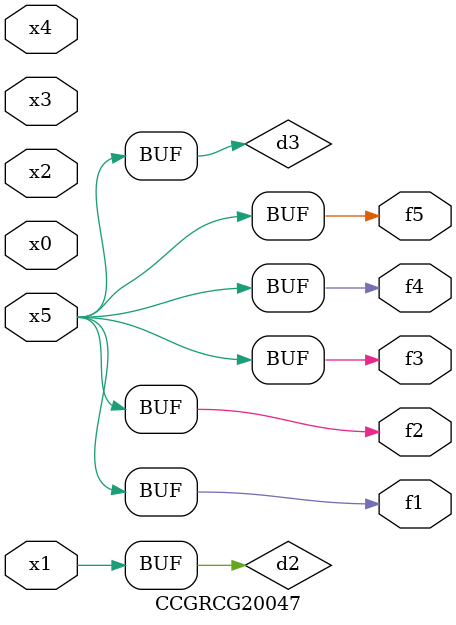
<source format=v>
module CCGRCG20047(
	input x0, x1, x2, x3, x4, x5,
	output f1, f2, f3, f4, f5
);

	wire d1, d2, d3;

	not (d1, x5);
	or (d2, x1);
	xnor (d3, d1);
	assign f1 = d3;
	assign f2 = d3;
	assign f3 = d3;
	assign f4 = d3;
	assign f5 = d3;
endmodule

</source>
